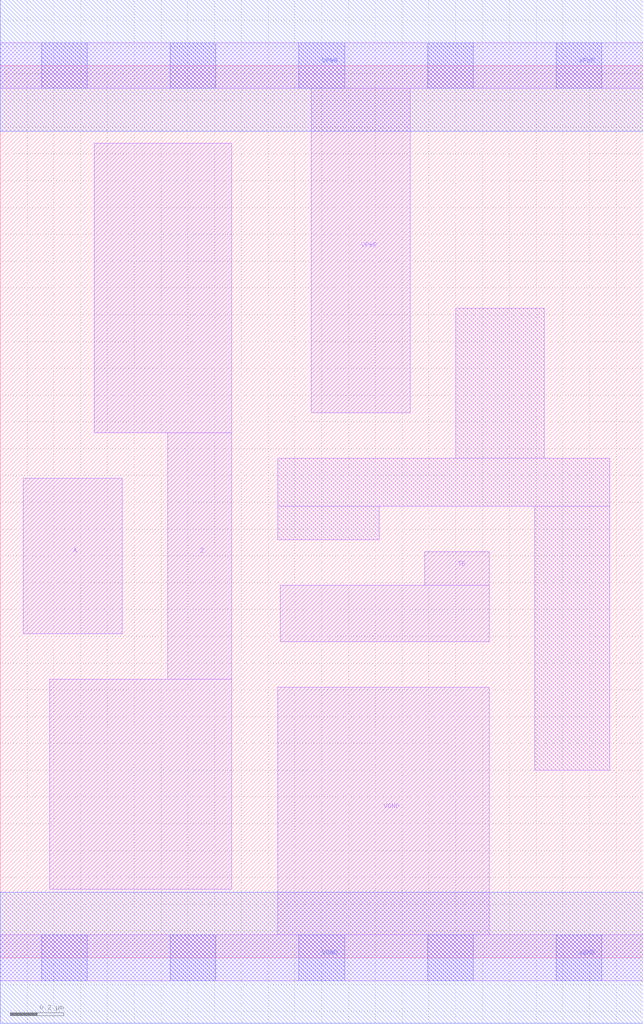
<source format=lef>
# Copyright 2020 The SkyWater PDK Authors
#
# Licensed under the Apache License, Version 2.0 (the "License");
# you may not use this file except in compliance with the License.
# You may obtain a copy of the License at
#
#     https://www.apache.org/licenses/LICENSE-2.0
#
# Unless required by applicable law or agreed to in writing, software
# distributed under the License is distributed on an "AS IS" BASIS,
# WITHOUT WARRANTIES OR CONDITIONS OF ANY KIND, either express or implied.
# See the License for the specific language governing permissions and
# limitations under the License.
#
# SPDX-License-Identifier: Apache-2.0

VERSION 5.7 ;
  NAMESCASESENSITIVE ON ;
  NOWIREEXTENSIONATPIN ON ;
  DIVIDERCHAR "/" ;
  BUSBITCHARS "[]" ;
UNITS
  DATABASE MICRONS 200 ;
END UNITS
MACRO sky130_fd_sc_lp__einvp_1
  CLASS CORE ;
  SOURCE USER ;
  FOREIGN sky130_fd_sc_lp__einvp_1 ;
  ORIGIN  0.000000  0.000000 ;
  SIZE  2.400000 BY  3.330000 ;
  SYMMETRY X Y R90 ;
  SITE unit ;
  PIN A
    ANTENNAGATEAREA  0.276000 ;
    DIRECTION INPUT ;
    USE SIGNAL ;
    PORT
      LAYER li1 ;
        RECT 0.085000 1.210000 0.455000 1.790000 ;
    END
  END A
  PIN TE
    ANTENNAGATEAREA  0.252000 ;
    DIRECTION INPUT ;
    USE SIGNAL ;
    PORT
      LAYER li1 ;
        RECT 1.045000 1.180000 1.825000 1.390000 ;
        RECT 1.585000 1.390000 1.825000 1.515000 ;
    END
  END TE
  PIN Z
    ANTENNADIFFAREA  0.507600 ;
    DIRECTION OUTPUT ;
    USE SIGNAL ;
    PORT
      LAYER li1 ;
        RECT 0.185000 0.255000 0.865000 1.040000 ;
        RECT 0.350000 1.960000 0.865000 3.040000 ;
        RECT 0.625000 1.040000 0.865000 1.960000 ;
    END
  END Z
  PIN VGND
    DIRECTION INOUT ;
    USE GROUND ;
    PORT
      LAYER li1 ;
        RECT 0.000000 -0.085000 2.400000 0.085000 ;
        RECT 1.035000  0.085000 1.825000 1.010000 ;
      LAYER mcon ;
        RECT 0.155000 -0.085000 0.325000 0.085000 ;
        RECT 0.635000 -0.085000 0.805000 0.085000 ;
        RECT 1.115000 -0.085000 1.285000 0.085000 ;
        RECT 1.595000 -0.085000 1.765000 0.085000 ;
        RECT 2.075000 -0.085000 2.245000 0.085000 ;
      LAYER met1 ;
        RECT 0.000000 -0.245000 2.400000 0.245000 ;
    END
  END VGND
  PIN VPWR
    DIRECTION INOUT ;
    USE POWER ;
    PORT
      LAYER li1 ;
        RECT 0.000000 3.245000 2.400000 3.415000 ;
        RECT 1.160000 2.035000 1.530000 3.245000 ;
      LAYER mcon ;
        RECT 0.155000 3.245000 0.325000 3.415000 ;
        RECT 0.635000 3.245000 0.805000 3.415000 ;
        RECT 1.115000 3.245000 1.285000 3.415000 ;
        RECT 1.595000 3.245000 1.765000 3.415000 ;
        RECT 2.075000 3.245000 2.245000 3.415000 ;
      LAYER met1 ;
        RECT 0.000000 3.085000 2.400000 3.575000 ;
    END
  END VPWR
  OBS
    LAYER li1 ;
      RECT 1.035000 1.560000 1.415000 1.685000 ;
      RECT 1.035000 1.685000 2.275000 1.865000 ;
      RECT 1.700000 1.865000 2.030000 2.425000 ;
      RECT 1.995000 0.700000 2.275000 1.685000 ;
  END
END sky130_fd_sc_lp__einvp_1

</source>
